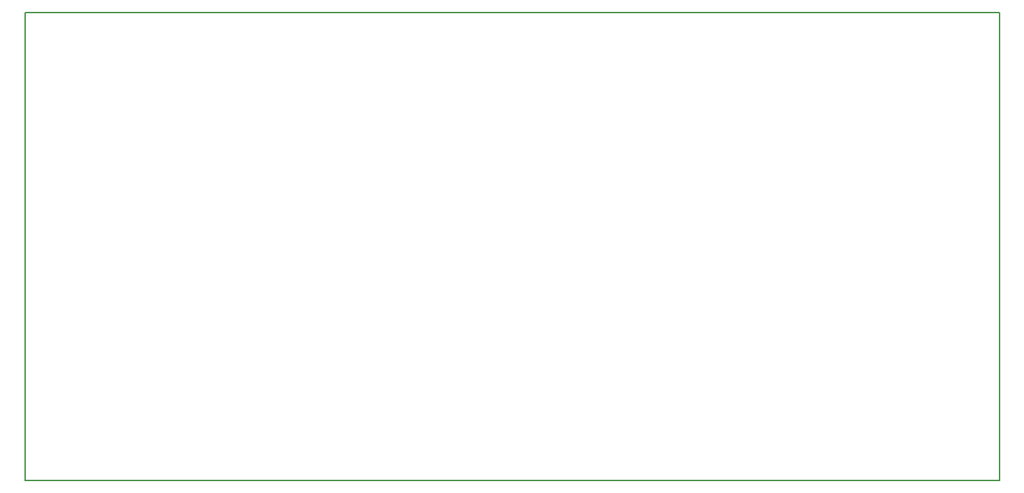
<source format=gko>
%FSLAX24Y24*%
%MOIN*%
%SFA1B1*%

%IPPOS*%
%ADD38C,0.005900*%
%LNsourceselection-1*%
%LPD*%
G54D38*
X0Y0D02*
Y22384D01*
X46531Y0D02*
Y22384D01*
X0D02*
X46531D01*
X0Y0D02*
X46531D01*
M02*
</source>
